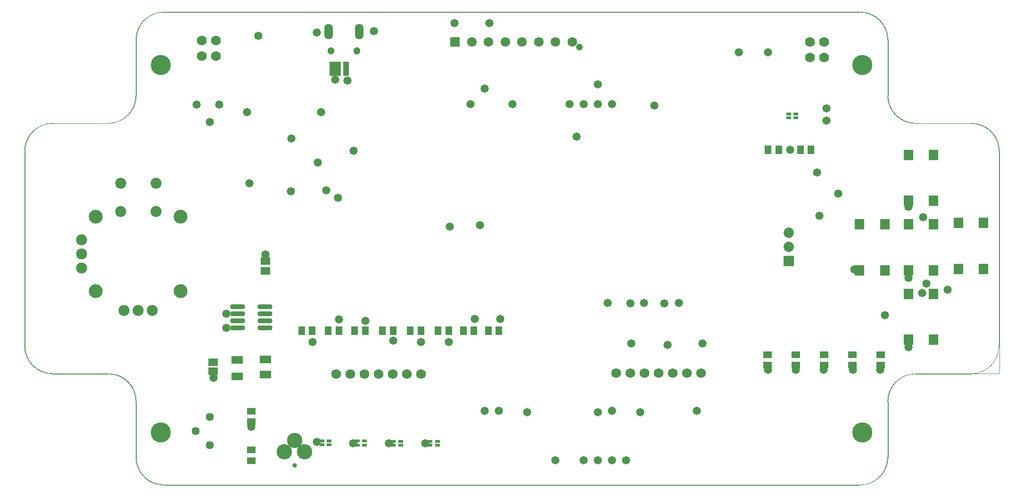
<source format=gts>
G04*
G04 #@! TF.GenerationSoftware,Altium Limited,Altium Designer,22.7.1 (60)*
G04*
G04 Layer_Color=8388736*
%FSLAX44Y44*%
%MOMM*%
G71*
G04*
G04 #@! TF.SameCoordinates,7684CF66-3EF2-496F-B3A4-9C416311D090*
G04*
G04*
G04 #@! TF.FilePolarity,Negative*
G04*
G01*
G75*
%ADD17C,0.0127*%
%ADD18C,0.0064*%
%ADD30R,1.2032X1.6032*%
%ADD31R,1.7032X1.9532*%
%ADD32R,1.6032X1.2032*%
%ADD33R,0.9032X0.6032*%
%ADD34R,2.1032X2.6532*%
%ADD35R,1.6532X1.3532*%
%ADD36O,2.7032X0.9032*%
%ADD37R,1.7732X1.3432*%
%ADD38R,2.0066X1.3208*%
%ADD39R,1.1032X2.6532*%
%ADD40R,2.1232X1.4232*%
%ADD41R,1.7232X1.7232*%
%ADD42C,1.7232*%
%ADD43C,1.2232*%
%ADD44C,1.7782*%
%ADD45C,1.8532*%
%ADD46C,1.7272*%
%ADD47O,1.5112X2.8192*%
%ADD48C,2.4892*%
%ADD49C,1.9812*%
%ADD50C,2.7532*%
%ADD51C,1.4532*%
%ADD52C,3.6032*%
%ADD53C,1.3032*%
%ADD54R,1.8532X1.8532*%
%ADD55C,0.8032*%
%ADD56C,1.4732*%
D17*
X2612500Y1340000D02*
G03*
X2562500Y1390000I-50000J0D01*
G01*
X2462500Y940000D02*
G03*
X2412500Y890000I0J-50000D01*
G01*
X2562500Y940000D02*
G03*
X2612500Y990000I0J50000D01*
G01*
X1062500Y790000D02*
G03*
X1112500Y740000I50000J0D01*
G01*
X862500Y990000D02*
G03*
X912500Y940000I50000J0D01*
G01*
X2362500Y740000D02*
G03*
X2412500Y790000I0J50000D01*
G01*
Y1440000D02*
G03*
X2462500Y1390000I50000J0D01*
G01*
X2412500Y1540000D02*
G03*
X2362500Y1590000I-50000J0D01*
G01*
X1012500Y1390000D02*
G03*
X1062500Y1440000I0J50000D01*
G01*
X912500Y1390000D02*
G03*
X862500Y1340000I0J-50000D01*
G01*
X1062500Y890000D02*
G03*
X1012500Y940000I-50000J0D01*
G01*
X1112500Y1590000D02*
G03*
X1062500Y1540000I0J-50000D01*
G01*
X1063600Y790410D02*
G03*
X1113600Y740410I50000J0D01*
G01*
X863600Y990410D02*
G03*
X913600Y940410I50000J0D01*
G01*
X2613600Y1340410D02*
G03*
X2563600Y1390410I-50000J0D01*
G01*
X2413600Y1440410D02*
G03*
X2463600Y1390410I50000J0D01*
G01*
Y940410D02*
G03*
X2413600Y890410I0J-50000D01*
G01*
X2363600Y740410D02*
G03*
X2413600Y790410I0J50000D01*
G01*
Y1540410D02*
G03*
X2363600Y1590410I-50000J0D01*
G01*
X1113600D02*
G03*
X1063600Y1540410I0J-50000D01*
G01*
X1013600Y1390410D02*
G03*
X1063600Y1440410I0J50000D01*
G01*
X913600Y1390410D02*
G03*
X863600Y1340410I0J-50000D01*
G01*
X1063600Y890410D02*
G03*
X1013600Y940410I-50000J0D01*
G01*
X2612500Y990000D02*
Y1340000D01*
X912500Y940000D02*
X1012500D01*
X1112500Y740000D02*
X2362500D01*
X862500Y990000D02*
Y1340000D01*
X1062500Y790000D02*
Y890000D01*
Y1440000D02*
Y1540000D01*
X1112500Y1590000D02*
X2362500D01*
X2462500Y1390000D02*
X2562500D01*
X2462500Y940000D02*
X2562500D01*
X2412500Y1440000D02*
Y1540000D01*
Y790000D02*
Y890000D01*
X912500Y1390000D02*
X1012500D01*
X1063600Y1440410D02*
Y1540410D01*
X1113600Y1590410D02*
X2363600D01*
X863600Y990410D02*
Y1340410D01*
X913600Y1390410D02*
X1013600D01*
X2463600Y940410D02*
X2613600D01*
X1113600Y740410D02*
X2363600D01*
X2613600Y940410D02*
Y1340410D01*
X913600Y940410D02*
X1013600D01*
X2413600Y790410D02*
Y890410D01*
X2463600Y1390410D02*
X2563600D01*
X2413600Y1440410D02*
Y1540410D01*
X1063600Y790410D02*
Y890410D01*
D18*
X862532Y740000D02*
G03*
X862532Y740000I-32J0D01*
G01*
D02*
G03*
X862532Y740000I-32J0D01*
G01*
D30*
X2275000Y1342500D02*
D03*
X2256000D02*
D03*
X2198000D02*
D03*
X2217000D02*
D03*
X1695500Y1017500D02*
D03*
X1714500D02*
D03*
X1669500D02*
D03*
X1650500D02*
D03*
X1427000D02*
D03*
X1408000D02*
D03*
X1455500D02*
D03*
X1474500D02*
D03*
X1379500D02*
D03*
X1360500D02*
D03*
X1624500D02*
D03*
X1605500D02*
D03*
X1574500D02*
D03*
X1555500D02*
D03*
X1524500D02*
D03*
X1505500D02*
D03*
D31*
X2495000Y1083750D02*
D03*
X2450000D02*
D03*
X2495000Y1001250D02*
D03*
X2450000D02*
D03*
X2495000Y1333750D02*
D03*
X2450000D02*
D03*
X2495000Y1251250D02*
D03*
X2450000D02*
D03*
X2585000Y1211250D02*
D03*
X2540000D02*
D03*
X2585000Y1128750D02*
D03*
X2540000D02*
D03*
X2495000Y1208750D02*
D03*
X2450000D02*
D03*
X2495000Y1126250D02*
D03*
X2450000D02*
D03*
X2407500Y1208750D02*
D03*
X2362500D02*
D03*
X2407500Y1126250D02*
D03*
X2362500D02*
D03*
D32*
X2349500Y955700D02*
D03*
Y974700D02*
D03*
X2400000Y955500D02*
D03*
Y974500D02*
D03*
X2298700Y974700D02*
D03*
Y955700D02*
D03*
X2247900D02*
D03*
Y974700D02*
D03*
X2197100Y955700D02*
D03*
Y974700D02*
D03*
X1269600Y854100D02*
D03*
X1270000Y803250D02*
D03*
Y784250D02*
D03*
X1269600Y873100D02*
D03*
D33*
X1591160Y818840D02*
D03*
Y811840D02*
D03*
X1525120Y818840D02*
D03*
X1460200Y819150D02*
D03*
X1397000Y819800D02*
D03*
X1525120Y811840D02*
D03*
X1460200Y812150D02*
D03*
X1397000Y812800D02*
D03*
X1604160Y811840D02*
D03*
Y818840D02*
D03*
X1473200Y812150D02*
D03*
Y819150D02*
D03*
X1410000Y812800D02*
D03*
Y819800D02*
D03*
X2248000Y1400000D02*
D03*
Y1407000D02*
D03*
X2235000Y1400000D02*
D03*
Y1407000D02*
D03*
X1538120Y818840D02*
D03*
Y811840D02*
D03*
D34*
X1420370Y1488570D02*
D03*
D35*
X1295400Y1143000D02*
D03*
Y1125000D02*
D03*
D36*
X1245500Y1047750D02*
D03*
Y1022350D02*
D03*
X1294500D02*
D03*
Y1035050D02*
D03*
Y1047750D02*
D03*
Y1060450D02*
D03*
X1245500Y1035050D02*
D03*
Y1060450D02*
D03*
D37*
X1201420Y944880D02*
D03*
Y961080D02*
D03*
D38*
X1244600Y965200D02*
D03*
Y935228D02*
D03*
D39*
X1440370Y1488570D02*
D03*
D40*
X1295400Y966000D02*
D03*
Y939000D02*
D03*
D41*
X1636100Y1536700D02*
D03*
D42*
X1666100D02*
D03*
X1696100D02*
D03*
X1726100D02*
D03*
X1756100D02*
D03*
X1786100D02*
D03*
X1816100D02*
D03*
X1846100D02*
D03*
D43*
X1858900Y1526900D02*
D03*
D44*
X2273300Y1508700D02*
D03*
Y1536700D02*
D03*
X1181100Y1511300D02*
D03*
Y1539300D02*
D03*
X2298700Y1508700D02*
D03*
Y1536700D02*
D03*
X1206500Y1511300D02*
D03*
Y1539300D02*
D03*
D45*
X2235200Y1193800D02*
D03*
Y1168400D02*
D03*
D46*
X2077720Y941070D02*
D03*
X1925320D02*
D03*
X1422400Y939800D02*
D03*
X1447800D02*
D03*
X1473200D02*
D03*
X1498600D02*
D03*
X1524000D02*
D03*
X1549400D02*
D03*
X1574800D02*
D03*
X1950720Y941070D02*
D03*
X1976120D02*
D03*
X2001520D02*
D03*
X2026920D02*
D03*
X2052320D02*
D03*
D47*
X1463870Y1555320D02*
D03*
X1408870D02*
D03*
D48*
X1143000Y1222375D02*
D03*
Y1089025D02*
D03*
X990600D02*
D03*
Y1222375D02*
D03*
D49*
X965200Y1130300D02*
D03*
X1092200Y1054100D02*
D03*
X965200Y1155700D02*
D03*
Y1181100D02*
D03*
X1066800Y1054100D02*
D03*
X1041400D02*
D03*
X1098550Y1231900D02*
D03*
X1035050D02*
D03*
X1098550Y1282700D02*
D03*
X1035050D02*
D03*
D50*
X1347500Y820000D02*
D03*
X1366000Y800000D02*
D03*
X1329000D02*
D03*
D51*
X1195400Y812100D02*
D03*
Y862900D02*
D03*
X1170000Y837500D02*
D03*
D52*
X2367500Y1495000D02*
D03*
Y835000D02*
D03*
X1107500D02*
D03*
Y1495000D02*
D03*
D53*
X1412870Y1520320D02*
D03*
X1459870D02*
D03*
D54*
X2235200Y1143000D02*
D03*
D55*
X1347500Y775000D02*
D03*
D56*
X2476500Y1221740D02*
D03*
X1854200Y1366520D02*
D03*
X1680160Y1207500D02*
D03*
X1625980Y1205000D02*
D03*
X1525000Y1000000D02*
D03*
X1892300Y1460500D02*
D03*
X1689100Y873760D02*
D03*
X1714500D02*
D03*
X1917700D02*
D03*
X1765300Y871220D02*
D03*
X1816100Y785000D02*
D03*
X1866900Y784860D02*
D03*
X1892300D02*
D03*
X1917700D02*
D03*
X1943100D02*
D03*
X1892300Y871220D02*
D03*
X1968500D02*
D03*
X2070100Y873760D02*
D03*
X1739304Y1424940D02*
D03*
X1917700D02*
D03*
X1841500D02*
D03*
X1866900D02*
D03*
X1892300D02*
D03*
X1689100Y1452880D02*
D03*
X1950720Y1066800D02*
D03*
X2011680D02*
D03*
X1663700Y1424940D02*
D03*
X1993900Y1422400D02*
D03*
X1671320Y1038860D02*
D03*
X1717040D02*
D03*
X2352500Y1127500D02*
D03*
X1910000Y1067500D02*
D03*
X1404620Y1270000D02*
D03*
X2289810Y1224280D02*
D03*
X2324100Y1263650D02*
D03*
X2286000Y1301750D02*
D03*
X1475000Y1035000D02*
D03*
X1282750Y1547750D02*
D03*
X1340750Y1267750D02*
D03*
X1341750Y1363000D02*
D03*
X1453700Y1341050D02*
D03*
X1389250Y1320000D02*
D03*
X1442500Y1467500D02*
D03*
X2302500Y1395000D02*
D03*
Y1417500D02*
D03*
X2237500Y1342500D02*
D03*
X1625000Y997500D02*
D03*
X1575000D02*
D03*
X2450000Y1240000D02*
D03*
Y1112500D02*
D03*
Y987500D02*
D03*
X2408000Y1045380D02*
D03*
X2475000Y1085000D02*
D03*
X2520620Y1091000D02*
D03*
X2482500Y1102500D02*
D03*
X2197500Y947660D02*
D03*
X2399700Y947300D02*
D03*
X2350000Y947500D02*
D03*
X2297500D02*
D03*
X2247500D02*
D03*
X1452500Y815000D02*
D03*
X1582500D02*
D03*
X1517500Y815000D02*
D03*
X2037500Y1067500D02*
D03*
X1975000D02*
D03*
X1697500Y1570000D02*
D03*
X2080000Y995000D02*
D03*
X2017500Y992500D02*
D03*
X1952500Y995000D02*
D03*
X1490149Y1556341D02*
D03*
X1420370Y1468700D02*
D03*
X1387649Y1553841D02*
D03*
X1395000Y1410000D02*
D03*
X1426080Y1256500D02*
D03*
X1212050Y1423600D02*
D03*
X1266300Y1282550D02*
D03*
X1295000Y1155000D02*
D03*
X1387500Y817500D02*
D03*
X1225380Y1022350D02*
D03*
Y1047750D02*
D03*
X1270000Y845000D02*
D03*
X1202500Y932500D02*
D03*
X1427500Y1037500D02*
D03*
X1380000Y997500D02*
D03*
X1635000Y1570000D02*
D03*
X1195000Y1392500D02*
D03*
X1172050Y1423600D02*
D03*
X1262500Y1410000D02*
D03*
X2197500Y1517500D02*
D03*
X2145000D02*
D03*
M02*

</source>
